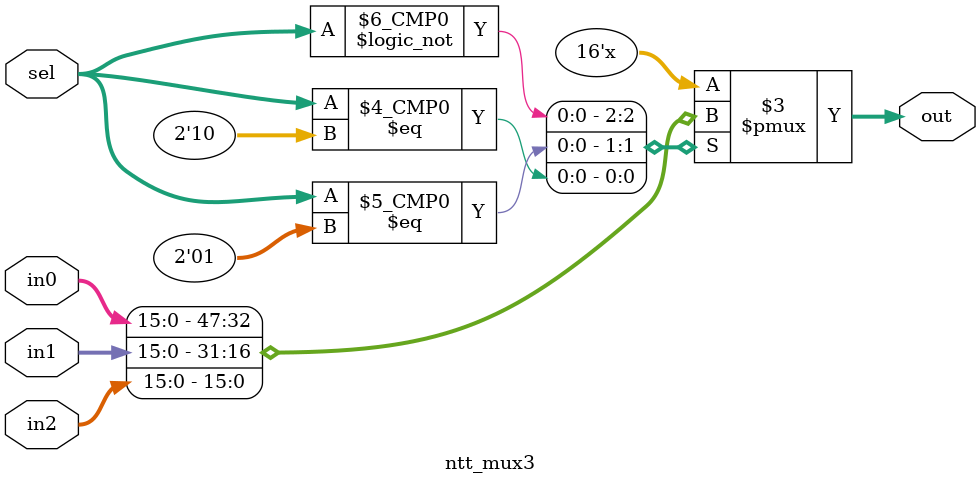
<source format=sv>
module ntt_mux3 (
    input  [15:0] in0,
    input  [15:0] in1,
    input  [15:0] in2,
    input  [ 1:0] sel,
    output reg [15:0] out
);

  always @(*) begin
    case (sel)
      2'd0: out = in0;
      2'd1: out = in1;
      2'd2: out = in2;
      default: out = {16{1'bx}};
    endcase
  end
endmodule

</source>
